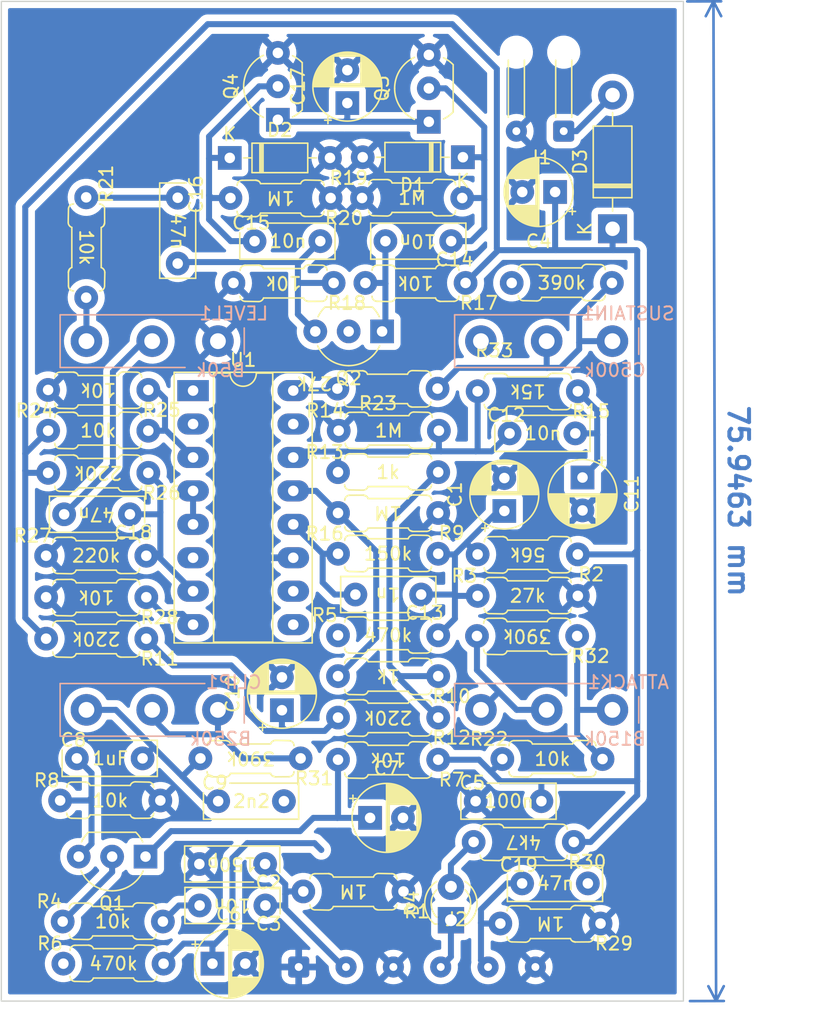
<source format=kicad_pcb>
(kicad_pcb (version 20211014) (generator pcbnew)
  (layers (0 "F.Cu" signal) (31 "B.Cu" signal) (34 "B.Paste" user) (35 "F.Paste" user) (36 "B.SilkS" user "B.Silkscreen") (37 "F.SilkS" user "F.Silkscreen") (38 "B.Mask" user) (39 "F.Mask" user) (44 "Edge.Cuts" user))
  (net 0 "")
  (net 1 "BIAS")
  (net 2 "GND")
  (net 3 "INPUT")
  (net 4 "Net-(C3-Pad2)")
  (net 5 "+9V")
  (net 6 "Net-(C6-Pad1)")
  (net 7 "Net-(C7-Pad1)")
  (net 8 "Net-(C8-Pad1)")
  (net 9 "Net-(C8-Pad2)")
  (net 10 "Net-(C9-Pad2)")
  (net 11 "Net-(C10-Pad1)")
  (net 12 "Net-(C11-Pad1)")
  (net 13 "Net-(C12-Pad1)")
  (net 14 "Net-(C13-Pad2)")
  (net 15 "Net-(C14-Pad1)")
  (net 16 "Net-(C14-Pad2)")
  (net 17 "Net-(C15-Pad1)")
  (net 18 "Net-(C15-Pad2)")
  (net 19 "Net-(C16-Pad1)")
  (net 20 "Net-(C17-Pad1)")
  (net 21 "OUTPUT")
  (net 22 "Net-(Q1-Pad2)")
  (net 23 "Net-(R10-Pad1)")
  (net 24 "Net-(R21-Pad2)")
  (net 25 "Net-(R22-Pad2)")
  (net 26 "Net-(R23-Pad1)")
  (net 27 "CTRL")
  (net 30 "Net-(D3-Pad2)")
  (net 31 "Net-(D4-Pad1)")
  (net 32 "Net-(D4-Pad2)")
  (net 33 "Net-(LEVEL1-Pad2)")
  (net 34 "Net-(SUSTAIN1-Pad3)")
  (net 35 "Net-(U1-Pad3)")
  (net 37 "Net-(U1-Pad4)")
  (net 38 "Net-(C18-Pad1)")
  (net 39 "Net-(U1-Pad8)")
  (footprint "HomeEtching:C_Rect_L7.0mm_W2.5mm_P5.00mm" (layer "F.Cu") (at 108.1316 117.1956)
    (fp_text reference "C19")
    (fp_text value "47n")
  )
  (footprint "HomeEtching:R_Axial_DIN0207_L6.3mm_D2.5mm_P7.62mm_Horizontal" (layer "F.Cu") (at 112.3188 98.3996 180)
    (fp_text reference "R32")
    (fp_text value "390k")
  )
  (footprint "HomeEtching:R_Axial_DIN0207_L6.3mm_D2.5mm_P7.62mm_Horizontal" (layer "F.Cu") (at 101.7524 107.7976 180)
    (fp_text reference "R7")
    (fp_text value "10k")
  )
  (footprint "Package_DIP:DIP-16_W7.62mm_Socket_LongPads" (layer "F.Cu") (at 83.1088 79.756)
    (fp_text reference "U1")
    (fp_text value "LM13700")
  )
  (footprint "HomeEtching:TO-92_Inline_Wide" (layer "F.Cu") (at 89.557608 59.182 90)
    (fp_text reference "Q4")
    (fp_text value "BC550")
  )
  (footprint "HomeEtching:C_Rect_L7.0mm_W2.5mm_P5.00mm" (layer "F.Cu") (at 87.783408 68.4022)
    (fp_text reference "C15")
    (fp_text value "10n")
  )
  (footprint "HomeEtching:R_Axial_DIN0207_L6.3mm_D2.5mm_P7.62mm_Horizontal" (layer "F.Cu") (at 114.0968 120.2436 180)
    (fp_text reference "R29")
    (fp_text value "1M")
  )
  (footprint "HomeEtching:R_Axial_DIN0207_L6.3mm_D2.5mm_P7.62mm_Horizontal" (layer "F.Cu") (at 112.3696 79.8068 180)
    (fp_text reference "R15")
    (fp_text value "15k")
  )
  (footprint "HomeEtching:R_Axial_DIN0207_L6.3mm_D2.5mm_P7.62mm_Horizontal" (layer "F.Cu") (at 71.9328 92.3036)
    (fp_text reference "R27")
    (fp_text value "220k")
  )
  (footprint "HomeEtching:C_Rect_L7.0mm_W2.5mm_P5.00mm" (layer "F.Cu") (at 104.5972 110.9472)
    (fp_text reference "C5")
    (fp_text value "100n")
  )
  (footprint "HomeEtching:CP_Radial_D5.0mm_P2.50mm" (layer "F.Cu") (at 94.840808 57.912 90)
    (fp_text reference "C17")
    (fp_text value "1uF")
  )
  (footprint "HomeEtching:C_Rect_L7.0mm_W2.5mm_P5.00mm" (layer "F.Cu") (at 107.1772 83.0072)
    (fp_text reference "C12")
    (fp_text value "10n")
  )
  (footprint "HomeEtching:C_Rect_L7.0mm_W2.5mm_P5.00mm" (layer "F.Cu") (at 81.9404 65.104 -90)
    (fp_text reference "C16")
    (fp_text value "47n")
  )
  (footprint "HomeEtching:C_Rect_L7.0mm_W2.5mm_P5.00mm" (layer "F.Cu") (at 78.3044 89.154 180)
    (fp_text reference "C18")
    (fp_text value "47n")
  )
  (footprint "HomeEtching:C_Rect_L7.0mm_W2.5mm_P5.00mm" (layer "F.Cu") (at 100.4532 95.25 180)
    (fp_text reference "C13")
    (fp_text value "1n")
  )
  (footprint "HomeEtching:R_Axial_DIN0207_L6.3mm_D2.5mm_P7.62mm_Horizontal" (layer "F.Cu") (at 73.2452 123.2916)
    (fp_text reference "R6")
    (fp_text value "470k")
  )
  (footprint "HomeEtching:R_Axial_DIN0207_L6.3mm_D2.5mm_P7.62mm_Horizontal" (layer "F.Cu") (at 103.832408 71.5772 180)
    (fp_text reference "R17")
    (fp_text value "10k")
  )
  (footprint "Connector_Wire:SolderWire-0.1sqmm_1x06_P3.6mm_D0.4mm_OD1mm" (layer "F.Cu") (at 91.142 123.5456)
    (fp_text reference "J2")
    (fp_text value "Conn_01x06_Female")
  )
  (footprint "HomeEtching:CP_Radial_D5.0mm_P2.50mm" (layer "F.Cu") (at 112.7252 86.36 -90)
    (fp_text reference "C11")
    (fp_text value "1uF")
  )
  (footprint "HomeEtching:R_Axial_DIN0207_L6.3mm_D2.5mm_P7.62mm_Horizontal" (layer "F.Cu") (at 93.799408 71.5772 180)
    (fp_text reference "R18")
    (fp_text value "10k")
  )
  (footprint "HomeEtching:R_Axial_DIN0207_L6.3mm_D2.5mm_P7.62mm_Horizontal" (layer "F.Cu") (at 93.570808 65.1256 180)
    (fp_text reference "R20")
    (fp_text value "1M")
  )
  (footprint "HomeEtching:R_Axial_DIN0207_L6.3mm_D2.5mm_P7.62mm_Horizontal" (layer "F.Cu") (at 112.3696 92.202 180)
    (fp_text reference "R2")
    (fp_text value "56k")
  )
  (footprint "HomeEtching:R_Axial_DIN0207_L6.3mm_D2.5mm_P7.62mm_Horizontal" (layer "F.Cu") (at 112.0648 114.046 180)
    (fp_text reference "R30")
    (fp_text value "4k7")
  )
  (footprint "HomeEtching:R_Axial_DIN0207_L6.3mm_D2.5mm_P7.62mm_Horizontal" (layer "F.Cu") (at 95.958408 65.1256)
    (fp_text reference "R19")
    (fp_text value "1M")
  )
  (footprint "HomeEtching:C_Rect_L7.0mm_W2.5mm_P5.00mm" (layer "F.Cu") (at 102.736408 68.4022 180)
    (fp_text reference "C14")
    (fp_text value "10n")
  )
  (footprint "HomeEtching:R_Axial_DIN0207_L6.3mm_D2.5mm_P7.62mm_Horizontal" (layer "F.Cu") (at 94.1832 82.804)
    (fp_text reference "R14")
    (fp_text value "1M")
  )
  (footprint "HomeEtching:TO-92_Inline_Wide" (layer "F.Cu") (at 97.482408 75.2602 180)
    (fp_text reference "Q2")
    (fp_text value "BC550")
  )
  (footprint "HomeEtching:R_Axial_DIN0207_L6.3mm_D2.5mm_P7.62mm_Horizontal" (layer "F.Cu") (at 101.7016 79.6036 180)
    (fp_text reference "R23")
    (fp_text value "27k")
  )
  (footprint "HomeEtching:R_Axial_DIN0207_L6.3mm_D2.5mm_P7.62mm_Horizontal" (layer "F.Cu") (at 99.1108 117.8052 180)
    (fp_text reference "R1")
    (fp_text value "1M")
  )
  (footprint "HomeEtching:R_Axial_DIN0207_L6.3mm_D2.5mm_P7.62mm_Horizontal" (layer "F.Cu") (at 79.5528 95.4532 180)
    (fp_text reference "R28")
    (fp_text value "10k")
  )
  (footprint "HomeEtching:LED_D3.0mm" (layer "F.Cu") (at 102.7176 119.9896 90)
    (fp_text reference "D4")
    (fp_text value "LED_Small")
  )
  (footprint "HomeEtching:TO-92_Inline_Wide" (layer "F.Cu") (at 101.038408 59.3344 90)
    (fp_text reference "Q3")
    (fp_text value "BC550")
  )
  (footprint "Diode_THT:D_DO-41_SOD81_P10.16mm_Horizontal" (layer "F.Cu") (at 115.0112 67.4624 90)
    (fp_text reference "D3")
    (fp_text value "1N5817")
  )
  (footprint "HomeEtching:CP_Radial_D5.0mm_P2.50mm" (layer "F.Cu") (at 96.5708 112.2172)
    (fp_text reference "C7")
    (fp_text value "1uF")
  )
  (footprint "HomeEtching:R_Axial_DIN0207_L6.3mm_D2.5mm_P7.62mm_Horizontal" (layer "F.Cu") (at 104.7496 95.3516)
    (fp_text reference "R3")
    (fp_text value "27k")
  )
  (footprint "HomeEtching:C_Rect_L7.0mm_W2.5mm_P5.00mm" (layer "F.Cu") (at 88.5868 115.7224 180)
    (fp_text reference "C2")
    (fp_text value "150p")
  )
  (footprint "HomeEtching:R_Axial_DIN0207_L6.3mm_D2.5mm_P7.62mm_Horizontal" (layer "F.Cu") (at 73.1944 120.0912)
    (fp_text reference "R4")
    (fp_text value "10k")
  )
  (footprint "HomeEtching:CP_Radial_D5.0mm_P2.50mm" (layer "F.Cu") (at 110.6424 64.6684 180)
    (fp_text reference "C4")
    (fp_text value "47uF")
  )
  (footprint "HomeEtching:R_Axial_DIN0207_L6.3mm_D2.5mm_P7.62mm_Horizontal" (layer "F.Cu") (at 101.7524 104.5972 180)
    (fp_text reference "R12")
    (fp_text value "220k")
  )
  (footprint "HomeEtching:C_Rect_L7.0mm_W2.5mm_P5.00mm" (layer "F.Cu") (at 88.6084 118.872 180)
    (fp_text reference "C3")
    (fp_text value "10n")
  )
  (footprint "HomeEtching:R_Axial_DIN0207_L6.3mm_D2.5mm_P7.62mm_Horizontal" (layer "F.Cu") (at 79.7052 86.0044 180)
    (fp_text reference "R26")
    (fp_text value "220k")
  )
  (footprint "HomeEtching:R_Axial_DIN0207_L6.3mm_D2.5mm_P7.62mm_Horizontal" (layer "F.Cu") (at 107.3404 71.5772)
    (fp_text reference "R33")
    (fp_text value "390k")
  )
  (footprint "Connector_Wire:SolderWire-0.1sqmm_1x02_P3.6mm_D0.4mm_OD1mm_Relief" (layer "F.Cu") (at 111.296 60.0456 180)
    (fp_text reference "J1")
    (fp_text value "Conn_01x02_Female")
  )
  (footprint "HomeEtching:R_Axial_DIN0207_L6.3mm_D2.5mm_P7.62mm_Horizontal" (layer "F.Cu") (at 94.1324 98.3488)
    (fp_text reference "R5")
    (fp_text value "470k")
  )
  (footprint "HomeEtching:CP_Radial_D5.0mm_P2.50mm" (layer "F.Cu") (at 89.8652 104.0384 90)
    (fp_text reference "C10")
    (fp_text value "1uF")
  )
  (footprint "HomeEtching:R_Axial_DIN0207_L6.3mm_D2.5mm_P7.62mm_Horizontal" (layer "F.Cu") (at 94.1324 92.1512)
    (fp_text reference "R16")
    (fp_text value "150k")
  )
  (footprint "HomeEtching:C_Rect_L7.0mm_W2.5mm_P5.00mm" (layer "F.Cu") (at 74.2696 107.696)
    (fp_text reference "C8")
    (fp_text value "1uF")
  )
  (footprint "HomeEtching:D_DO-35_SOD27_P7.62mm_Horizontal" (layer "F.Cu") (at 85.900008 62.0776)
    (fp_text reference "D2")
    (fp_text value "1n914")
  )
  (footprint "HomeEtching:D_DO-35_SOD27_P7.62mm_Horizontal" (layer "F.Cu") (at 103.629208 62.0268 180)
    (fp_text reference "D1")
    (fp_text value "1n914")
  )
  (footprint "HomeEtching:R_Axial_DIN0207_L6.3mm_D2.5mm_P7.62mm_Horizontal" (layer "F.Cu") (at 72.0852 82.804)
    (fp_text reference "R24")
    (fp_text value "10k")
  )
  (footprint "HomeEtching:R_Axial_DIN0207_L6.3mm_D2.5mm_P7.62mm_Horizontal" (layer "F.Cu") (at 101.7524 89.0524 180)
    (fp_text reference "R9")
    (fp_text value "1M")
  )
  (footprint "HomeEtching:R_Axial_DIN0207_L6.3mm_D2.5mm_P7.62mm_Horizontal" (layer "F.Cu") (at 79.7052 79.7052 180)
    (fp_text reference "R25")
    (fp_text value "10k")
  )
  (footprint "HomeEtching:TO-92_Inline_Wide" (layer "F.Cu") (at 79.4936 115.1592 180)
    (fp_text reference "Q1")
    (fp_text value "BC550")
  )
  (footprint "HomeEtching:R_Axial_DIN0207_L6.3mm_D2.5mm_P7.62mm_Horizontal" (layer "F.Cu") (at 94.1324 85.9536)
    (fp_text reference "R13")
    (fp_text value "1k")
  )
  (footprint "HomeEtching:R_Axial_DIN0207_L6.3mm_D2.5mm_P7.62mm_Horizontal" (layer "F.Cu") (at 74.9808 65.0748 -90)
    (fp_text reference "R21")
    (fp_text value "10k")
  )
  (footprint "HomeEtching:R_Axial_DIN0207_L6.3mm_D2.5mm_P7.62mm_Horizontal" (layer "F.Cu") (at 101.7524 101.4476 180)
    (fp_text reference "R10")
    (fp_text value "1k")
  )
  (footprint "HomeEtching:C_Rect_L7.0mm_W2.5mm_P5.00mm" (layer "F.Cu") (at 85.0176 110.9472)
    (fp_text reference "C9")
    (fp_text value "2n2")
  )
  (footprint "HomeEtching:R_Axial_DIN0207_L6.3mm_D2.5mm_P7.62mm_Horizontal" (layer "F.Cu") (at 91.2876 107.696 180)
    (fp_text reference "R31")
    (fp_text value "390k")
  )
  (footprint "HomeEtching:R_Axial_DIN0207_L6.3mm_D2.5mm_P7.62mm_Horizontal" (layer "F.Cu") (at 72.9996 110.8964)
    (fp_text reference "R8")
    (fp_text value "10k")
  )
  (footprint "HomeEtching:R_Axial_DIN0207_L6.3mm_D2.5mm_P7.62mm_Horizontal" (layer "F.Cu") (at 106.6292 107.7468)
    (fp_text reference "R22")
    (fp_text value "10k")
  )
  (footprint "HomeEtching:CP_Radial_D5.0mm_P2.50mm" (layer "F.Cu") (at 84.582 123.2916)
    (fp_text reference "C6")
    (fp_text value "1uF")
  )
  (footprint "HomeEtching:CP_Radial_D5.0mm_P2.50mm" (layer "F.Cu") (at 106.7816 88.9 90)
    (fp_text reference "C1")
    (fp_text value "10uF")
  )
  (footprint "HomeEtching:R_Axial_DIN0207_L6.3mm_D2.5mm_P7.62mm_Horizontal" (layer "F.Cu") (at 79.5528 98.6028 180)
    (fp_text reference "R11")
    (fp_text value "220k")
  )
  (footprint "HomeEtching:RV16AF-41" (layer "B.Cu") (at 80 88.011 180)
    (fp_text reference "CLIP1")
    (fp_text value "B250k")
  )
  (footprint "HomeEtching:RV16AF-41" (layer "B.Cu") (at 80 60 180)
    (fp_text reference "LEVEL1")
    (fp_text value "B50k")
  )
  (footprint "HomeEtching:RV16AF-41" (layer "B.Cu") (at 110 60 180)
    (fp_text reference "SUSTAIN1")
    (fp_text value "C500k")
  )
  (footprint "HomeEtching:RV16AF-41" (layer "B.Cu") (at 110 88.011 180)
    (fp_text reference "ATTACK1")
    (fp_text value "B150k")
  )
  (gr_rect (start 68.5292 50.1904) (end 120.396 126.1364) (layer "Edge.Cuts") (width 0.1) (fill none))
  (dimension (type aligned) (layer "B.Cu") (pts (xy 120.1928 50.1904) (xy 120.396 126.1364)) (height -2.489199) (gr_text "75.9463 mm" (at 124.583584 88.151924 270.1532994) (layer "B.Cu") (effects (font (size 1.5 1.5) (thickness 0.3)))) (format (units 3) (units_format 1) (precision 4)) (style (thickness 0.2) (arrow_length 1.27) (text_position_mode 0) (extension_height 0.58642) (extension_offset 0.5) keep_text_aligned))
  (segment (start 103.0224 92.202) (end 101.8032 92.202) (width 0.4572) (layer "B.Cu") (net 1))
  (segment (start 100.4532 95.25) (end 102.9716 95.25) (width 0.4572) (layer "B.Cu") (net 1))
  (segment (start 103.0732 95.3516) (end 103.0224 95.3008) (width 0.4572) (layer "B.Cu") (net 1))
  (segment (start 104.7496 95.3516) (end 103.0732 95.3516) (width 0.4572) (layer "B.Cu") (net 1))
  (segment (start 106.7816 88.9) (end 106.3244 88.9) (width 0.4572) (layer "B.Cu") (net 1))
  (segment (start 102.9716 95.25) (end 103.0224 95.3008) (width 0.4572) (layer "B.Cu") (net 1))
  (segment (start 100.5548 95.3516) (end 100.4532 95.25) (width 0.4572) (layer "B.Cu") (net 1))
  (segment (start 103.0224 95.3008) (end 103.0224 92.202) (width 0.4572) (layer "B.Cu") (net 1))
  (segment (start 101.7524 98.3488) (end 103.0224 97.0788) (width 0.4572) (layer "B.Cu") (net 1))
  (segment (start 106.3244 88.9) (end 103.9622 91.2622) (width 0.4572) (layer "B.Cu") (net 1))
  (segment (start 103.0224 97.0788) (end 103.0224 95.3008) (width 0.4572) (layer "B.Cu") (net 1))
  (segment (start 103.9622 91.2622) (end 103.0224 92.202) (width 0.4572) (layer "B.Cu") (net 1))
  (segment (start 103.9622 91.4146) (end 103.9622 91.2622) (width 0.4572) (layer "B.Cu") (net 1))
  (segment (start 101.8032 92.202) (end 101.7524 92.1512) (width 0.4572) (layer "B.Cu") (net 1))
  (segment (start 104.7496 92.202) (end 103.9622 91.4146) (width 0.4572) (layer "B.Cu") (net 1))
  (segment (start 90.1192 118.9228) (end 90.1192 119.126) (width 0.4572) (layer "B.Cu") (net 3))
  (segment (start 90.3224 117.8052) (end 90.1192 118.0084) (width 0.4572) (layer "B.Cu") (net 3))
  (segment (start 94.5388 123.5456) (end 94.742 123.5456) (width 0.4572) (layer "B.Cu") (net 3))
  (segment (start 91.4908 117.8052) (end 90.3224 117.8052) (width 0.4572) (layer "B.Cu") (net 3))
  (segment (start 90.1192 117.2548) (end 88.5868 115.7224) (width 0.4572) (layer "B.Cu") (net 3))
  (segment (start 90.1192 119.126) (end 94.5388 123.5456) (width 0.4572) (layer "B.Cu") (net 3))
  (segment (start 90.1192 118.0084) (end 90.1192 117.2548) (width 0.4572) (layer "B.Cu") (net 3))
  (segment (start 88.6084 118.872) (end 90.0684 118.872) (width 0.4572) (layer "B.Cu") (net 3))
  (segment (start 90.1192 118.9228) (end 90.1192 118.0084) (width 0.4572) (layer "B.Cu") (net 3))
  (segment (start 90.0684 118.872) (end 90.1192 118.9228) (width 0.4572) (layer "B.Cu") (net 3))
  (segment (start 80.8144 120.0912) (end 81.3224 120.0912) (width 0.4572) (layer "B.Cu") (net 4))
  (segment (start 82.0336 118.872) (end 83.6084 118.872) (width 0.4572) (layer "B.Cu") (net 4))
  (segment (start 80.8144 120.0912) (end 82.0336 118.872) (width 0.4572) (layer "B.Cu") (net 4))
  (segment (start 109.530289 109.428689) (end 106.489058 109.428689) (width 0.4572) (layer "B.Cu") (net 5))
  (segment (start 116.885311 109.428689) (end 109.530289 109.428689) (width 0.4572) (layer "B.Cu") (net 5))
  (segment (start 70.347489 97.017489) (end 71.9328 98.6028) (width 0.4572) (layer "B.Cu") (net 5))
  (segment (start 115.062 69.088) (end 116.84 69.088) (width 0.4572) (layer "B.Cu") (net 5))
  (segment (start 106.489058 109.428689) (end 105.768984 108.708616) (width 0.4572) (layer "B.Cu") (net 5))
  (segment (start 70.347489 65.796511) (end 84.2264 51.9176) (width 0.4572) (layer "B.Cu") (net 5))
  (segment (start 116.885311 109.428689) (end 116.885311 110.498281) (width 0.4572) (layer "B.Cu") (net 5))
  (segment (start 103.832408 71.5772) (end 106.321608 69.088) (width 0.4572) (layer "B.Cu") (net 5))
  (segment (start 115.0112 69.0372) (end 115.062 69.088) (width 0.4572) (layer "B.Cu") (net 5))
  (segment (start 104.857969 107.7976) (end 101.7524 107.7976) (width 0.4572) (layer "B.Cu") (net 5))
  (segment (start 112.3696 92.202) (end 116.575022 92.202) (width 0.4572) (layer "B.Cu") (net 5))
  (segment (start 72.0852 82.804) (end 70.347489 84.541711) (width 0.4572) (layer "B.Cu") (net 5))
  (segment (start 110.6424 64.6684) (end 110.6424 69.0372) (width 0.4572) (layer "B.Cu") (net 5))
  (segment (start 116.885311 110.498281) (end 113.337592 114.046) (width 0.4572) (layer "B.Cu") (net 5))
  (segment (start 116.885311 69.133311) (end 116.885311 91.891711) (width 0.4572) (layer "B.Cu") (net 5))
  (segment (start 110.6932 69.088) (end 115.062 69.088) (width 0.4572) (layer "B.Cu") (net 5))
  (segment (start 113.337592 114.046) (end 112.0648 114.046) (width 0.4572) (layer "B.Cu") (net 5))
  (segment (start 109.5972 109.4956) (end 109.530289 109.428689) (width 0.4572) (layer "B.Cu") (net 5))
  (segment (start 116.885311 91.891711) (end 116.885311 109.428689) (width 0.4572) (layer "B.Cu") (net 5))
  (segment (start 84.2264 51.9176) (end 102.8192 51.9176) (width 0.4572) (layer "B.Cu") (net 5))
  (segment (start 109.5972 110.9472) (end 109.5972 109.4956) (width 0.4572) (layer "B.Cu") (net 5))
  (segment (start 106.6292 107.8484) (end 105.768984 108.708616) (width 0.4572) (layer "B.Cu") (net 5))
  (segment (start 116.84 69.088) (end 116.885311 69.133311) (width 0.4572) (layer "B.Cu") (net 5))
  (segment (start 70.347489 85.841489) (end 70.347489 97.017489) (width 0.4572) (layer "B.Cu") (net 5))
  (segment (start 70.347489 84.541711) (end 70.347489 85.841489) (width 0.4572) (layer "B.Cu") (net 5))
  (segment (start 106.321608 69.088) (end 110.6932 69.088) (width 0.4572) (layer "B.Cu") (net 5))
  (segment (start 106.210689 55.309089) (end 106.210689 68.977081) (width 0.4572) (layer "B.Cu") (net 5))
  (segment (start 115.0112 67.4624) (end 115.0112 69.0372) (width 0.4572) (layer "B.Cu") (net 5))
  (segment (start 110.6424 69.0372) (end 110.6932 69.088) (width 0.4572) (layer "B.Cu") (net 5))
  (segment (start 106.6292 107.7468) (end 106.6292 107.8484) (width 0.4572) (layer "B.Cu") (net 5))
  (segment (start 102.8192 51.9176) (end 106.210689 55.309089) (width 0.4572) (layer "B.Cu") (net 5))
  (segment (start 116.575022 92.202) (end 116.885311 91.891711) (width 0.4572) (layer "B.Cu") (net 5))
  (segment (start 106.210689 68.977081) (end 106.321608 69.088) (width 0.4572) (layer "B.Cu") (net 5))
  (segment (start 70.347489 84.541711) (end 70.347489 65.796511) (width 0.4572) (layer "B.Cu") (net 5))
  (segment (start 105.768984 108.708616) (end 104.857969 107.7976) (width 0.4572) (layer "B.Cu") (net 5))
  (segment (start 70.5104 86.0044) (end 70.347489 85.841489) (width 0.4572) (layer "B.Cu") (net 5))
  (segment (start 72.0852 86.0044) (end 70.5104 86.0044) (width 0.4572) (layer "B.Cu") (net 5))
  (segment (start 84.582 121.9708) (end 84.7852 121.7676) (width 0.4572) (layer "B.Cu") (net 6))
  (segment (start 86.106 115.2652) (end 87.234111 114.137089) (width 0.4572) (layer "B.Cu") (net 6))
  (segment (start 80.8652 123.2916) (end 82.3892 121.7676) (width 0.4572) (layer "B.Cu") (net 6))
  (segment (start 87.234111 114.137089) (end 92.343889 114.137089) (width 0.4572) (layer "B.Cu") (net 6))
  (segment (start 82.3892 121.7676) (end 84.7852 121.7676) (width 0.4572) (layer "B.Cu") (net 6))
  (segment (start 84.582 123.2916) (end 84.582 121.9708) (width 0.4572) (layer "B.Cu") (net 6))
  (segment (start 84.7852 121.7676) (end 86.106 120.4468) (width 0.4572) (layer "B.Cu") (net 6))
  (segment (start 92.343889 114.137089) (end 92.8624 114.6556) (width 0.4572) (layer "B.Cu") (net 6))
  (segment (start 86.106 120.4468) (end 86.106 115.2652) (width 0.4572) (layer "B.Cu") (net 6))
  (segment (start 81.429631 113.223169) (end 91.246831 113.223169) (width 0.4572) (layer "B.Cu") (net 7))
  (segment (start 92.2528 112.2172) (end 91.246831 113.223169) (width 0.4572) (layer "B.Cu") (net 7))
  (segment (start 94.0816 112.2172) (end 92.2528 112.2172) (width 0.4572) (layer "B.Cu") (net 7))
  (segment (start 94.1324 112.1664) (end 94.0816 112.2172) (width 0.4572) (layer "B.Cu") (net 7))
  (segment (start 79.4936 115.1592) (end 81.429631 113.223169) (width 0.4572) (layer "B.Cu") (net 7))
  (segment (start 94.1324 107.7976) (end 94.1324 112.1664) (width 0.4572) (layer "B.Cu") (net 7))
  (segment (start 96.5708 112.2172) (end 94.0816 112.2172) (width 0.4572) (layer "B.Cu") (net 7))
  (segment (start 75.184 110.8964) (end 75.3872 110.6932) (width 0.4572) (layer "B.Cu") (net 8))
  (segment (start 75.3872 110.6932) (end 75.3872 108.8136) (width 0.4572) (layer "B.Cu") (net 8))
  (segment (start 75.3872 108.8136) (end 74.2696 107.696) (width 0.4572) (layer "B.Cu") (net 8))
  (segment (start 72.9996 110.8964) (end 75.184 110.8964) (width 0.4572) (layer "B.Cu") (net 8))
  (segment (start 75.3872 114.1856) (end 75.3872 110.6932) (width 0.4572) (layer "B.Cu") (net 8))
  (segment (start 74.4136 115.1592) (end 75.3872 114.1856) (width 0.4572) (layer "B.Cu") (net 8))
  (segment (start 79.2696 107.6744) (end 80.0862 106.8578) (width 0.4572) (layer "B.Cu") (net 9))
  (segment (start 82.296 109.0676) (end 80.0862 106.8578) (width 0.4572) (layer "B.Cu") (net 9))
  (segment (start 79.2696 107.696) (end 79.2696 107.6744) (width 0.4572) (layer "B.Cu") (net 9))
  (segment (start 83.6676 107.696) (end 82.296 109.0676) (width 0.4572) (layer "B.Cu") (net 9))
  (segment (start 85.0176 110.9472) (end 84.1756 110.9472) (width 0.4572) (layer "B.Cu") (net 9))
  (segment (start 80.0862 106.8578) (end 77.2394 104.011) (width 0.4572) (layer "B.Cu") (net 9))
  (segment (start 77.2394 104.011) (end 75 104.011) (width 0.4572) (layer "B.Cu") (net 9))
  (segment (start 84.1756 110.9472) (end 82.296 109.0676) (width 0.4572) (layer "B.Cu") (net 9))
  (segment (start 92.456 87.376) (end 94.1324 89.0524) (width 0.4572) (layer "B.Cu") (net 10))
  (segment (start 90.7288 87.376) (end 92.456 87.376) (width 0.4572) (layer "B.Cu") (net 10))
  (segment (start 97.038511 91.958511) (end 97.038511 98.541489) (width 0.4572) (layer "B.Cu") (net 10))
  (segment (start 81.2292 105.8672) (end 80 104.638) (width 0.4572) (layer "B.Cu") (net 10))
  (segment (start 86.9188 107.696) (end 85.09 105.8672) (width 0.4572) (layer "B.Cu") (net 10))
  (segment (start 94.1324 89.0524) (end 97.038511 91.958511) (width 0.4572) (layer "B.Cu") (net 10))
  (segment (start 85.09 105.8672) (end 81.2292 105.8672) (width 0.4572) (layer "B.Cu") (net 10))
  (segment (start 80 104.638) (end 80 104.011) (width 0.4572) (layer "B.Cu") (net 10))
  (segment (start 85 105.7772) (end 85.09 105.8672) (width 0.4572) (layer "B.Cu") (net 10))
  (segment (start 85 104.011) (end 85 105.7772) (width 0.4572) (layer "B.Cu") (net 10))
  (segment (start 91.2876 107.696) (end 86.9188 107.696) (width 0.4572) (layer "B.Cu") (net 10))
  (segment (start 97.038511 98.541489) (end 94.1324 101.4476) (width 0.4572) (layer "B.Cu") (net 10))
  (segment (start 93.1164 105.6132) (end 90.17 105.6132) (width 0.4572) (layer "B.Cu") (net 11))
  (segment (start 88.646 105.6132) (end 87.2236 104.1908) (width 0.4572) (layer "B.Cu") (net 11))
  (segment (start 89.8652 105.3084) (end 90.17 105.6132) (width 0.4572) (layer "B.Cu") (net 11))
  (segment (start 87.2236 104.1908) (end 87.2236 101.854) (width 0.4572) (layer "B.Cu") (net 11))
  (segment (start 90.17 105.6132) (end 88.646 105.6132) (width 0.4572) (layer "B.Cu") (net 11))
  (segment (start 81.5848 100.6348) (end 79.5528 98.6028) (width 0.4572) (layer "B.Cu") (net 11))
  (segment (start 94.1324 104.5972) (end 93.1164 105.6132) (width 0.4572) (layer "B.Cu") (net 11))
  (segment (start 87.2236 101.854) (end 86.0044 100.6348) (width 0.4572) (layer "B.Cu") (net 11))
  (segment (start 89.8652 104.0384) (end 89.8652 105.3084) (width 0.4572) (layer "B.Cu") (net 11))
  (segment (start 86.0044 100.6348) (end 81.5848 100.6348) (width 0.4572) (layer "B.Cu") (net 11))
  (segment (start 112.7252 86.36) (end 113.8428 85.2424) (width 0.4572) (layer "B.Cu") (net 12))
  (segment (start 113.8428 83.1088) (end 113.8428 81.2292) (width 0.4572) (layer "B.Cu") (net 12))
  (segment (start 113.8428 81.2292) (end 113.792 81.2292) (width 0.4572) (layer "B.Cu") (net 12))
  (segment (start 112.1772 83.0072) (end 113.7412 83.0072) (width 0.4572) (layer "B.Cu") (net 12))
  (segment (start 113.792 81.2292) (end 112.3696 79.8068) (width 0.4572) (layer "B.Cu") (net 12))
  (segment (start 113.8428 85.2424) (end 113.8428 83.1088) (width 0.4572) (layer "B.Cu") (net 12))
  (segment (start 113.7412 83.0072) (end 113.8428 83.1088) (width 0.4572) (layer "B.Cu") (net 12))
  (segment (start 101.966111 84.368289) (end 104.607711 84.368289) (width 0.4572) (layer "B.Cu") (net 13))
  (segment (start 101.8032 82.804) (end 101.8032 84.205378) (width 0.4572) (layer "B.Cu") (net 13))
  (segment (start 104.7496 84.2264) (end 104.607711 84.368289) (width 0.4572) (layer "B.Cu") (net 13))
  (segment (start 101.8032 84.205378) (end 101.966111 84.368289) (width 0.4572) (layer "B.Cu") (net 13))
  (segment (start 91.175489 84.389311) (end 94.193711 84.389311) (width 0.4572) (layer "B.Cu") (net 13))
  (segment (start 104.607711 84.368289) (end 105.816111 84.368289) (width 0.4572) (layer "B.Cu") (net 13))
  (segment (start 104.7496 79.8068) (end 104.7496 84.2264) (width 0.4572) (layer "B.Cu") (net 13))
  (segment (start 94.1324 84.450622) (end 94.193711 84.389311) (width 0.4572) (layer "B.Cu") (net 13))
  (segment (start 90.7288 84.836) (end 91.175489 84.389311) (width 0.4572) (layer "B.Cu") (net 13))
  (segment (start 94.193711 84.389311) (end 100.217889 84.389311) (width 0.4572) (layer "B.Cu") (net 13))
  (segment (start 100.217889 84.389311) (end 100.238911 84.368289) (width 0.4572) (layer "B.Cu") (net 13))
  (segment (start 105.816111 84.368289) (end 107.1772 83.0072) (width 0.4572) (layer "B.Cu") (net 13))
  (segment (start 100.238911 84.368289) (end 101.966111 84.368289) (width 0.4572) (layer "B.Cu") (net 13))
  (segment (start 94.1324 85.9536) (end 94.1324 84.450622) (width 0.4572) (layer "B.Cu") (net 13))
  (segment (start 92.964 92.1512) (end 92.964 94.3356) (width 0.4572) (layer "B.Cu") (net 14))
  (segment (start 93.8784 95.25) (end 95.4532 95.25) (width 0.4572) (layer "B.Cu") (net 14))
  (segment (start 92.964 94.3356) (end 93.8784 95.25) (width 0.4572) (layer "B.Cu") (net 14))
  (segment (start 94.1324 92.1512) (end 92.964 92.1512) (width 0.4572) (layer "B.Cu") (net 14))
  (segment (start 90.7288 89.916) (end 92.964 92.1512) (width 0.4572) (layer "B.Cu") (net 14))
  (segment (start 105.254808 62.23) (end 105.254808 65.2272) (width 0.4572) (layer "B.Cu") (net 15))
  (segment (start 105.153208 65.1256) (end 105.254808 65.2272) (width 0.4572) (layer "B.Cu") (net 15))
  (segment (start 104.264208 68.4022) (end 102.736408 68.4022) (width 0.4572) (layer "B.Cu") (net 15))
  (segment (start 102.3112 56.7944) (end 105.254808 59.738008) (width 0.4572) (layer "B.Cu") (net 15))
  (segment (start 101.038408 56.7944) (end 102.3112 56.7944) (width 0.4572) (layer "B.Cu") (net 15))
  (segment (start 103.578408 65.1256) (end 105.153208 65.1256) (width 0.4572) (layer "B.Cu") (net 15))
  (segment (start 105.254808 67.4116) (end 104.264208 68.4022) (width 0.4572) (layer "B.Cu") (net 15))
  (segment (start 105.254808 65.2272) (end 105.254808 67.4116) (width 0.4572) (layer "B.Cu") (net 15))
  (segment (start 105.254808 59.738008) (end 105.254808 62.23) (width 0.4572) (layer "B.Cu") (net 15))
  (segment (start 105.051608 62.0268) (end 105.254808 62.23) (width 0.4572) (layer "B.Cu") (net 15))
  (segment (start 103.629208 62.0268) (end 105.051608 62.0268) (width 0.4572) (layer "B.Cu") (net 15))
  (segment (start 97.736408 71.628) (end 97.736408 75.0062) (width 0.4572) (layer "B.Cu") (net 16))
  (segment (start 97.736408 75.0062) (end 97.482408 75.2602) (width 0.4572) (layer "B.Cu") (net 16))
  (segment (start 97.736408 68.4022) (end 97.736408 71.628) (width 0.4572) (layer "B.Cu") (net 16))
  (segment (start 96.212408 71.5772) (end 97.685608 71.5772) (width 0.4572) (layer "B.Cu") (net 16))
  (segment (start 97.685608 71.5772) (end 97.736408 71.628) (width 0.4572) (layer "B.Cu") (net 16))
  (segment (start 84.376008 62.0776) (end 84.325208 62.1284) (width 0.4572) (layer "B.Cu") (net 17))
  (segment (start 88.135208 56.642) (end 84.325208 60.452) (width 0.4572) (layer "B.Cu") (net 17))
  (segment (start 84.325208 66.7512) (end 85.976208 68.4022) (width 0.4572) (layer "B.Cu") (net 17))
  (segment (start 84.325208 60.452) (end 84.325208 62.1284) (width 0.4572) (layer "B.Cu") (net 17))
  (segment (start 85.976208 68.4022) (end 87.783408 68.4022) (width 0.4572) (layer "B.Cu") (net 17))
  (segment (start 85.900008 62.0776) (end 84.376008 62.0776) (width 0.4572) (layer "B.Cu") (net 17))
  (segment (start 84.528408 65.1256) (end 84.325208 64.9224) (width 0.4572) (layer "B.Cu") (net 17))
  (segment (start 84.325208 64.9224) (end 84.325208 66.7512) (width 0.4572) (layer "B.Cu") (net 17))
  (segment (start 85.950808 65.1256) (end 84.528408 65.1256) (width 0.4572) (layer "B.Cu") (net 17))
  (segment (start 84.325208 62.1284) (end 84.325208 64.9224) (width 0.4572) (layer "B.Cu") (net 17))
  (segment (start 89.557608 56.642) (end 88.135208 56.642) (width 0.4572) (layer "B.Cu") (net 17))
  (segment (start 91.081608 71.628) (end 91.081608 73.962008) (width 0.4572) (layer "B.Cu") (net 18))
  (segment (start 91.081608 70.104) (end 92.783408 68.4022) (width 0.4572) (layer "B.Cu") (net 18))
  (segment (start 91.081608 71.628) (end 91.081608 70.104) (width 0.4572) (layer "B.Cu") (net 18))
  (segment (start 91.081608 73.962008) (end 92.3798 75.2602) (width 0.4572) (layer "B.Cu") (net 18))
  (segment (start 82.052511 69.991889) (end 81.9404 70.104) (width 0.4572) (layer "B.Cu") (net 18))
  (segment (start 93.799408 71.5772) (end 91.132408 71.5772) (width 0.4572) (layer "B.Cu") (net 18))
  (segment (start 91.081608 70.104) (end 90.969497 69.991889) (width 0.4572) (layer "B.Cu") (net 18))
  (segment (start 91.132408 71.5772) (end 91.081608 71.628) (width 0.4572) (layer "B.Cu") (net 18))
  (segment (start 90.969497 69.991889) (end 82.052511 69.991889) (width 0.4572) (layer "B.Cu") (net 18))
  (segment (start 92.3798 75.2602) (end 92.402408 75.2602) (width 0.4572) (layer "B.Cu") (net 18))
  (segment (start 75.01 65.104) (end 74.9808 65.0748) (width 0.4572) (layer "B.Cu") (net 19))
  (segment (start 81.9404 65.104) (end 75.01 65.104) (width 0.4572) (layer "B.Cu") (net 19))
  (segment (start 106.268 102.743) (end 106.4514 102.743) (width 0.4572) (layer "B.Cu") (net 20))
  (segment (start 94.840808 57.912) (end 94.840808 59.1312) (width 0.4572) (layer "B.Cu") (net 20))
  (segment (start 94.637608 59.3344) (end 89.710008 59.3344) (width 0.4572) (layer "B.Cu") (net 20))
  (segment (start 105 104.011) (end 106.268 102.743) (width 0.4572) (layer "B.Cu") (net 20))
  (segment (start 89.710008 59.3344) (end 89.557608 59.182) (width 0.4572) (layer "B.Cu") (net 20))
  (segment (start 110 104.011) (end 107.7194 104.011) (width 0.4572) (layer "B.Cu") (net 20))
  (segment (start 94.840808 59.1312) (end 94.637608 59.3344) (width 0.4572) (layer "B.Cu") (net 20))
  (segment (start 107.7194 104.011) (end 106.4514 102.743) (width 0.4572) (layer "B.Cu") (net 20))
  (segment (start 106.4514 102.743) (end 104.6988 100.9904) (width 0.4572) (layer "B.Cu") (net 20))
  (segment (start 104.6988 100.9904) (end 104.6988 98.3996) (width 0.4572) (layer "B.Cu") (net 20))
  (segment (start 101.038408 59.3344) (end 94.637608 59.3344) (width 0.4572) (layer "B.Cu") (net 20))
  (segment (start 105.5116 123.5456) (end 105.0036 123.0376) (width 0.4572) (layer "B.Cu") (net 21))
  (segment (start 105.0036 120.1928) (end 105.0036 119.1768) (width 0.4572) (layer "B.Cu") (net 21))
  (segment (start 105.0036 119.1768) (end 106.9848 117.1956) (width 0.4572) (layer "B.Cu") (net 21))
  (segment (start 106.9848 117.1956) (end 108.1316 117.1956) (width 0.4572) (layer "B.Cu") (net 21))
  (segment (start 105.542 123.5456) (end 105.5116 123.5456) (width 0.4572) (layer "B.Cu") (net 21))
  (segment (start 106.4768 120.2436) (end 105.0544 120.2436) (width 0.4572) (layer "B.Cu") (net 21))
  (segment (start 105.0036 123.0376) (end 105.0036 120.1928) (width 0.4572) (layer "B.Cu") (net 21))
  (segment (start 105.0544 120.2436) (end 105.0036 120.1928) (width 0.4572) (layer "B.Cu") (net 21))
  (segment (start 76.9536 116.332) (end 76.9536 115.1592) (width 0.4572) (layer "B.Cu") (net 22))
  (segment (start 73.1944 120.0912) (end 76.9536 116.332) (width 0.4572) (layer "B.Cu") (net 22))
  (segment (start 98.9076 101.4476) (end 98.867889 101.487311) (width 0.4572) (layer "B.Cu") (net 23))
  (segment (start 101.7524 85.9536) (end 98.044 89.662) (width 0.4572) (layer "B.Cu") (net 23))
  (segment (start 98.044 89.662) (end 98.044 100.663422) (width 0.4572) (layer "B.Cu") (net 23))
  (segment (start 101.7524 101.4476) (end 98.9076 101.4476) (width 0.4572) (layer "B.Cu") (net 23))
  (segment (start 98.044 100.663422) (end 98.867889 101.487311) (width 0.4572) (layer "B.Cu") (net 23))
  (segment (start 98.867889 101.712689) (end 101.7524 104.5972) (width 0.4572) (layer "B.Cu") (net 23))
  (segment (start 98.867889 101.487311) (end 98.867889 101.712689) (width 0.4572) (layer "B.Cu") (net 23))
  (segment (start 75 72.714) (end 74.9808 72.6948) (width 0.4572) (layer "B.Cu") (net 24))
  (segment (start 75 76) (end 75 72.714) (width 0.4572) (layer "B.Cu") (net 24))
  (segment (start 112.3188 103.9368) (end 112.3188 105.8164) (width 0.4572) (layer "B.Cu") (net 25))
  (segment (start 115 104.011) (end 112.393 104.011) (width 0.4572) (layer "B.Cu") (net 25))
  (segment (start 112.3188 98.3996) (end 112.3188 103.9368) (width 0.4572) (layer "B.Cu") (net 25))
  (segment (start 112.393 104.011) (end 112.3188 103.9368) (width 0.4572) (layer "B.Cu") (net 25))
  (segment (start 112.3188 105.8164) (end 114.2492 107.7468) (width 0.4572) (layer "B.Cu") (net 25))
  (segment (start 112.5696 76) (end 112.4712 76.0984) (width 0.4572) (layer "B.Cu") (net 26))
  (segment (start 111.0488 78.0288) (end 112.4712 76.6064) (width 0.4572) (layer "B.Cu") (net 26))
  (segment (start 112.4712 74.0664) (end 114.9604 71.5772) (width 0.4572) (layer "B.Cu") (net 26))
  (segment (start 110 77.996) (end 110.0328 78.0288) (width 0.4572) (layer "B.Cu") (net 26))
  (segment (start 101.7016 79.6036) (end 103.2764 78.0288) (width 0.4572) (layer "B.Cu") (net 26))
  (segment (start 110.0328 78.0288) (end 111.0488 78.0288) (width 0.4572) (layer "B.Cu") (net 26))
  (segment (start 115 76) (end 112.5696 76) (width 0.4572) (layer "B.Cu") (net 26))
  (segment (start 112.4712 76.0984) (end 112.4712 74.0664) (width 0.4572) (layer "B.Cu") (net 26))
  (segment (start 103.2764 78.0288) (end 110.0328 78.0288) (width 0.4572) (layer "B.Cu") (net 26))
  (segment (start 110 76) (end 110 77.996) (width 0.4572) (layer "B.Cu") (net 26))
  (segment (start 112.4712 76.6064) (end 112.4712 76.0984) (width 0.4572) (layer "B.Cu") (net 26))
  (segment (start 93.9292 79.756) (end 94.0816 79.6036) (width 0.4572) (layer "B.Cu") (net 27))
  (segment (start 90.7288 79.756) (end 93.9292 79.756) (width 0.4572) (layer "B.Cu") (net 27))
  (segment (start 111.296 60.0456) (end 112.268 60.0456) (width 0.4572) (layer "B.Cu") (net 30))
  (segment (start 112.268 60.0456) (end 115.0112 57.3024) (width 0.4572) (layer "B.Cu") (net 30))
  (segment (start 102.7176 119.9896) (end 102.7176 122.77) (width 0.4572) (layer "B.Cu") (net 31))
  (segment (start 102.7176 122.77) (end 101.942 123.5456) (width 0.4572) (layer "B.Cu") (net 31))
  (segment (start 102.7176 115.7732) (end 104.4448 114.046) (width 0.4572) (layer "B.Cu") (net 32))
  (segment (start 102.7176 117.4496) (end 102.7176 115.7732) (width 0.4572) (layer "B.Cu") (net 32))
  (segment (start 77.0128 78.3336) (end 79.3464 76) (width 0.4572) (layer "B.Cu") (net 33))
  (segment (start 73.3044 89.154) (end 77.0128 85.4456) (width 0.4572) (layer "B.Cu") (net 33))
  (segment (start 77.0128 85.4456) (end 77.0128 78.3336) (width 0.4572) (layer "B.Cu") (net 33))
  (segment (start 79.3464 76) (end 80 76) (width 0.4572) (layer "B.Cu") (net 33))
  (segment (start 80.3148 79.7052) (end 79.7052 79.7052) (width 0.4572) (layer "B.Cu") (net 35))
  (segment (start 83.1088 84.836) (end 80.9752 82.7024) (width 0.4572) (layer "B.Cu") (net 35))
  (segment (start 80.9752 80.3656) (end 80.3148 79.7052) (width 0.4572) (layer "B.Cu") (net 35))
  (segment (start 79.7052 82.804) (end 80.8736 82.804) (width 0.4572) (layer "B.Cu") (net 35))
  (segment (start 80.9752 82.7024) (end 80.9752 80.3656) (width 0.4572) (layer "B.Cu") (net 35))
  (segment (start 80.8736 82.804) (end 80.9752 82.7024) (width 0.4572) (layer "B.Cu") (net 35))
  (segment (start 83.1088 89.916) (end 83.1088 87.376) (width 0.4572) (layer "B.Cu") (net 37))
  (segment (start 79.5528 92.3036) (end 80.518 92.3036) (width 0.4572) (layer "B.Cu") (net 38))
  (segment (start 80.6196 92.5068) (end 80.6196 92.202) (width 0.4572) (layer "B.Cu") (net 38))
  (segment (start 83.1088 94.996) (end 82.2452 94.996) (width 0.4572) (layer "B.Cu") (net 38))
  (segment (start 80.518 92.3036) (end 80.6196 92.202) (width 0.4572) (layer "B.Cu") (net 38))
  (segment (start 78.3044 89.154) (end 80.4672 89.154) (width 0.4572) (layer "B.Cu") (net 38))
  (segment (start 80.6196 89.0016) (end 80.6196 86.9188) (width 0.4572) (layer "B.Cu") (net 38))
  (segment (start 80.6196 92.202) (end 80.6196 89.0016) (width 0.4572) (layer "B.Cu") (net 38))
  (segment (start 83.1088 94.996) (end 80.6196 92.5068) (width 0.4572) (layer "B.Cu") (net 38))
  (segment (start 80.4672 89.154) (end 80.6196 89.0016) (width 0.4572) (layer "B.Cu") (net 38))
  (segment (start 80.6196 86.9188) (end 79.7052 86.0044) (width 0.4572) (layer "B.Cu") (net 38))
  (segment (start 82.296 96.7232) (end 83.1088 97.536) (width 0.4572) (layer "B.Cu") (net 39))
  (segment (start 80.8228 96.7232) (end 82.296 96.7232) (width 0.4572) (layer "B.Cu") (net 39))
  (segment (start 79.5528 95.4532) (end 80.8228 96.7232) (width 0.4572) (layer "B.Cu") (net 39))
  (zone (net 2) (net_name "GND") (layer "B.Cu") (connect_pads (clearance 0.508)) (min_thickness 0.254) (fill yes (thermal_gap 0.508) (thermal_bridge_width 0.508))
    (polygon (pts (xy 120.39482 126.084583) (xy 68.42633 126.135429) (xy 68.427605 50.342776) (xy 120.396095 50.34273)))
  )
)
</source>
